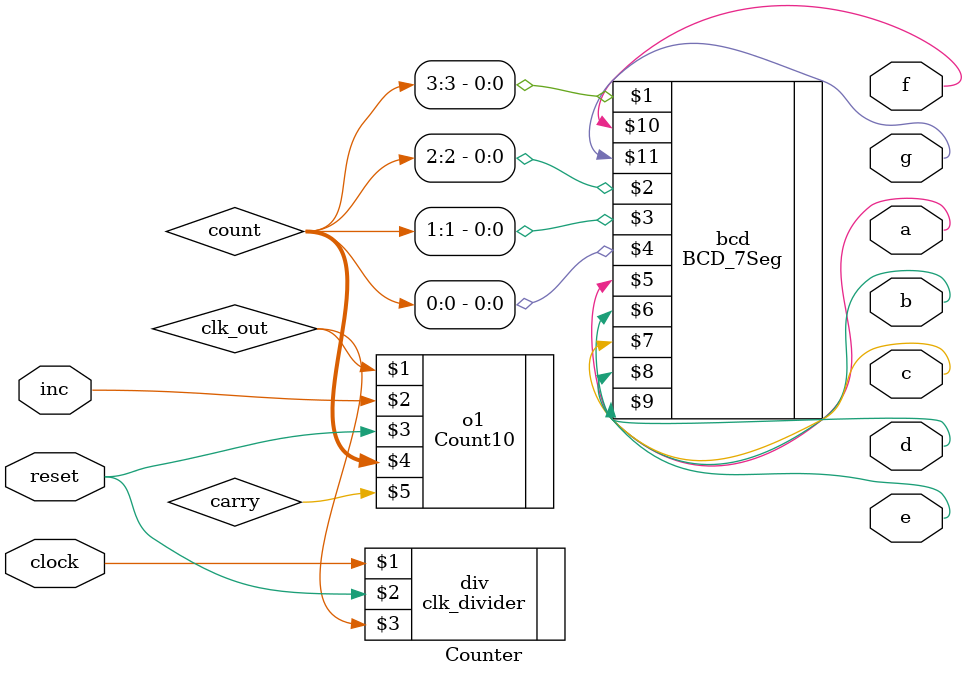
<source format=v>
module Counter (clock, reset, inc, a, b, c, d, e, f, g);
    input clock, reset, inc;
    output a, b, c, d, e, f, g;

    wire clk_out, carry;
    wire [3:0] count;

    clk_divider div(clock, reset, clk_out);
    Count10 o1(clk_out, inc, reset, count, carry);
    BCD_7Seg bcd(count[3], count[2], count[1], count[0], a, b, c, d, e, f, g);
    
endmodule
</source>
